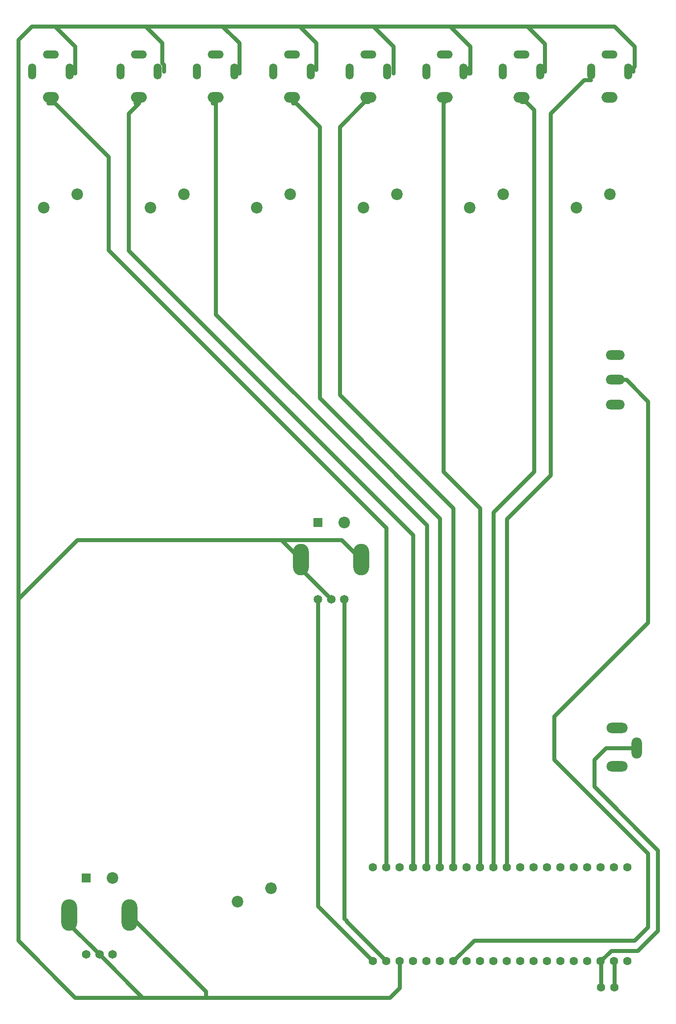
<source format=gbr>
%TF.GenerationSoftware,KiCad,Pcbnew,7.0.8*%
%TF.CreationDate,2023-12-13T19:44:07-05:00*%
%TF.ProjectId,pcb,7063622e-6b69-4636-9164-5f7063625858,rev?*%
%TF.SameCoordinates,Original*%
%TF.FileFunction,Copper,L2,Bot*%
%TF.FilePolarity,Positive*%
%FSLAX46Y46*%
G04 Gerber Fmt 4.6, Leading zero omitted, Abs format (unit mm)*
G04 Created by KiCad (PCBNEW 7.0.8) date 2023-12-13 19:44:07*
%MOMM*%
%LPD*%
G01*
G04 APERTURE LIST*
%TA.AperFunction,ComponentPad*%
%ADD10O,3.620000X1.810000*%
%TD*%
%TA.AperFunction,ComponentPad*%
%ADD11C,1.600000*%
%TD*%
%TA.AperFunction,ComponentPad*%
%ADD12C,2.200000*%
%TD*%
%TA.AperFunction,ComponentPad*%
%ADD13O,1.508000X3.016000*%
%TD*%
%TA.AperFunction,ComponentPad*%
%ADD14O,3.016000X1.508000*%
%TD*%
%TA.AperFunction,ComponentPad*%
%ADD15O,3.016000X2.000000*%
%TD*%
%TA.AperFunction,ComponentPad*%
%ADD16R,1.800000X1.800000*%
%TD*%
%TA.AperFunction,ComponentPad*%
%ADD17C,1.650000*%
%TD*%
%TA.AperFunction,ComponentPad*%
%ADD18O,3.000000X6.000000*%
%TD*%
%TA.AperFunction,ComponentPad*%
%ADD19O,4.000000X2.000000*%
%TD*%
%TA.AperFunction,ComponentPad*%
%ADD20O,2.000000X4.000000*%
%TD*%
%TA.AperFunction,ViaPad*%
%ADD21C,1.600000*%
%TD*%
%TA.AperFunction,Conductor*%
%ADD22C,0.800000*%
%TD*%
G04 APERTURE END LIST*
D10*
%TO.P,S1,1*%
%TO.N,PWR_3V3*%
X117380000Y-86870000D03*
%TO.P,S1,2*%
%TO.N,BTN_IN*%
X117380000Y-82170000D03*
%TO.P,S1,3*%
%TO.N,unconnected-(S1-Pad3)*%
X117380000Y-77470000D03*
%TD*%
D11*
%TO.P,M1,40,VBUS*%
%TO.N,unconnected-(M1-VBUS-Pad40)*%
X119690000Y-192405000D03*
%TO.P,M1,39,VSYS*%
%TO.N,VSYS*%
X117150000Y-192405000D03*
%TO.P,M1,38,GND*%
%TO.N,PWR_GND*%
X114610000Y-192405000D03*
%TO.P,M1,37,3V3_EN*%
%TO.N,unconnected-(M1-3V3_EN-Pad37)*%
X112070000Y-192405000D03*
%TO.P,M1,36,3V3_OUT*%
%TO.N,PWR_3V3*%
X109530000Y-192405000D03*
%TO.P,M1,35,ADC_VREF*%
%TO.N,unconnected-(M1-ADC_VREF-Pad35)*%
X106990000Y-192405000D03*
%TO.P,M1,34,GP28*%
%TO.N,IN*%
X104450000Y-192405000D03*
%TO.P,M1,33,GND*%
%TO.N,PWR_GND*%
X101910000Y-192405000D03*
%TO.P,M1,32,GP27*%
%TO.N,ENC1_A*%
X99370000Y-192405000D03*
%TO.P,M1,31,GP26*%
%TO.N,ENC1_B*%
X96830000Y-192405000D03*
%TO.P,M1,30,RUN*%
%TO.N,unconnected-(M1-RUN-Pad30)*%
X94290000Y-192405000D03*
%TO.P,M1,29,GP22*%
%TO.N,unconnected-(M1-GP22-Pad29)*%
X91750000Y-192405000D03*
%TO.P,M1,28,GND*%
%TO.N,PWR_GND*%
X89210000Y-192405000D03*
%TO.P,M1,27,GP21*%
%TO.N,BTN_IN*%
X86670000Y-192405000D03*
%TO.P,M1,26,GP20*%
%TO.N,unconnected-(M1-GP20-Pad26)*%
X84130000Y-192405000D03*
%TO.P,M1,25,GP19*%
%TO.N,unconnected-(M1-GP19-Pad25)*%
X81590000Y-192405000D03*
%TO.P,M1,24,GP18*%
%TO.N,BTN_PLAY*%
X79050000Y-192405000D03*
%TO.P,M1,23,GND*%
%TO.N,PWR_GND*%
X76510000Y-192405000D03*
%TO.P,M1,22,GP17*%
%TO.N,ENC2_B*%
X73970000Y-192405000D03*
%TO.P,M1,21,GP16*%
%TO.N,ENC2_A*%
X71430000Y-192405000D03*
%TO.P,M1,20,GP15*%
%TO.N,unconnected-(M1-GP15-Pad20)*%
X71430000Y-174625000D03*
%TO.P,M1,19,GP14*%
%TO.N,OUT_MIDI*%
X73970000Y-174625000D03*
%TO.P,M1,18,GND*%
%TO.N,PWR_GND*%
X76510000Y-174625000D03*
%TO.P,M1,17,GP13*%
%TO.N,OUT_C1*%
X79050000Y-174625000D03*
%TO.P,M1,16,GP12*%
%TO.N,OUT_C2*%
X81590000Y-174625000D03*
%TO.P,M1,15,GP11*%
%TO.N,OUT_C3*%
X84130000Y-174625000D03*
%TO.P,M1,14,GP10*%
%TO.N,OUT_C4*%
X86670000Y-174625000D03*
%TO.P,M1,13,GND*%
%TO.N,PWR_GND*%
X89210000Y-174625000D03*
%TO.P,M1,12,GP9*%
%TO.N,OUT_C5*%
X91750000Y-174625000D03*
%TO.P,M1,11,GP8*%
%TO.N,OUT_C6*%
X94290000Y-174625000D03*
%TO.P,M1,10,GP7*%
%TO.N,IN_SWTCH*%
X96830000Y-174625000D03*
%TO.P,M1,9,GP6*%
%TO.N,ENC2_BTN*%
X99370000Y-174625000D03*
%TO.P,M1,8,GND*%
%TO.N,PWR_GND*%
X101910000Y-174625000D03*
%TO.P,M1,7,GP5*%
%TO.N,BTN_C1*%
X104450000Y-174625000D03*
%TO.P,M1,6,GP4*%
%TO.N,BTN_C2*%
X106990000Y-174625000D03*
%TO.P,M1,5,GP3*%
%TO.N,BTN_C3*%
X109530000Y-174625000D03*
%TO.P,M1,4,GP2*%
%TO.N,BTN_C4*%
X112070000Y-174625000D03*
%TO.P,M1,3,GND*%
%TO.N,PWR_GND*%
X114610000Y-174625000D03*
%TO.P,M1,2,GP1*%
%TO.N,BTN_C5*%
X117150000Y-174625000D03*
%TO.P,M1,1,GP0*%
%TO.N,BTN_C6*%
X119690000Y-174625000D03*
%TD*%
D12*
%TO.P,SW3,1,1*%
%TO.N,BTN_C1*%
X15360000Y-46990000D03*
%TO.P,SW3,2,2*%
%TO.N,PWR_3V3*%
X9010000Y-49530000D03*
%TD*%
D13*
%TO.P,J6,1*%
%TO.N,PWR_GND*%
X74120000Y-23680000D03*
D14*
%TO.P,J6,2*%
%TO.N,unconnected-(J6-Pad2)*%
X70570000Y-20480000D03*
D13*
%TO.P,J6,4*%
%TO.N,unconnected-(J6-Pad4)*%
X67020000Y-23680000D03*
D15*
%TO.P,J6,5*%
%TO.N,OUT_C4*%
X70570000Y-28580000D03*
%TD*%
D13*
%TO.P,J1,1*%
%TO.N,PWR_GND*%
X119860000Y-23680000D03*
D14*
%TO.P,J1,2*%
%TO.N,unconnected-(J1-Pad2)*%
X116310000Y-20480000D03*
D13*
%TO.P,J1,4*%
%TO.N,IN_SWTCH*%
X112760000Y-23680000D03*
D15*
%TO.P,J1,5*%
%TO.N,IN*%
X116310000Y-28580000D03*
%TD*%
D16*
%TO.P,MT2,1*%
%TO.N,PWR_3V3*%
X61000000Y-109245000D03*
D12*
%TO.P,MT2,2*%
%TO.N,ENC2_BTN*%
X66000000Y-109245000D03*
D17*
%TO.P,MT2,A,A*%
%TO.N,ENC2_A*%
X61000000Y-123745000D03*
%TO.P,MT2,B,B*%
%TO.N,ENC2_B*%
X66000000Y-123745000D03*
%TO.P,MT2,COM,COM*%
%TO.N,PWR_GND*%
X63500000Y-123745000D03*
D18*
%TO.P,MT2,S1,SHIELD*%
X57800000Y-116245000D03*
%TO.P,MT2,S2,SHIELD*%
X69200000Y-116245000D03*
%TD*%
D12*
%TO.P,SW1,1,1*%
%TO.N,BTN_PLAY*%
X52106000Y-178554000D03*
%TO.P,SW1,2,2*%
%TO.N,PWR_3V3*%
X45756000Y-181094000D03*
%TD*%
%TO.P,SW5,1,1*%
%TO.N,BTN_C3*%
X55760000Y-46990000D03*
%TO.P,SW5,2,2*%
%TO.N,PWR_3V3*%
X49410000Y-49530000D03*
%TD*%
D19*
%TO.P,J9,1*%
%TO.N,VSYS*%
X117677500Y-155465000D03*
D20*
%TO.P,J9,2*%
%TO.N,PWR_GND*%
X121477500Y-151965000D03*
D19*
%TO.P,J9,3*%
%TO.N,unconnected-(J9-Pad3)*%
X117677500Y-148165000D03*
%TD*%
D13*
%TO.P,J5,1*%
%TO.N,PWR_GND*%
X59620000Y-23680000D03*
D14*
%TO.P,J5,2*%
%TO.N,unconnected-(J5-Pad2)*%
X56070000Y-20480000D03*
D13*
%TO.P,J5,4*%
%TO.N,unconnected-(J5-Pad4)*%
X52520000Y-23680000D03*
D15*
%TO.P,J5,5*%
%TO.N,OUT_C3*%
X56070000Y-28580000D03*
%TD*%
D13*
%TO.P,J8,1*%
%TO.N,PWR_GND*%
X103120000Y-23680000D03*
D14*
%TO.P,J8,2*%
%TO.N,unconnected-(J8-Pad2)*%
X99570000Y-20480000D03*
D13*
%TO.P,J8,4*%
%TO.N,unconnected-(J8-Pad4)*%
X96020000Y-23680000D03*
D15*
%TO.P,J8,5*%
%TO.N,OUT_C6*%
X99570000Y-28580000D03*
%TD*%
D13*
%TO.P,J4,1*%
%TO.N,PWR_GND*%
X45120000Y-23680000D03*
D14*
%TO.P,J4,2*%
%TO.N,unconnected-(J4-Pad2)*%
X41570000Y-20480000D03*
D13*
%TO.P,J4,4*%
%TO.N,unconnected-(J4-Pad4)*%
X38020000Y-23680000D03*
D15*
%TO.P,J4,5*%
%TO.N,OUT_C2*%
X41570000Y-28580000D03*
%TD*%
D12*
%TO.P,SW6,1,1*%
%TO.N,BTN_C4*%
X75960000Y-46990000D03*
%TO.P,SW6,2,2*%
%TO.N,PWR_3V3*%
X69610000Y-49530000D03*
%TD*%
%TO.P,SW7,1,1*%
%TO.N,BTN_C5*%
X96160000Y-46990000D03*
%TO.P,SW7,2,2*%
%TO.N,PWR_3V3*%
X89810000Y-49530000D03*
%TD*%
D13*
%TO.P,J3,1*%
%TO.N,PWR_GND*%
X30620000Y-23680000D03*
D14*
%TO.P,J3,2*%
%TO.N,unconnected-(J3-Pad2)*%
X27070000Y-20480000D03*
D13*
%TO.P,J3,4*%
%TO.N,unconnected-(J3-Pad4)*%
X23520000Y-23680000D03*
D15*
%TO.P,J3,5*%
%TO.N,OUT_C1*%
X27070000Y-28580000D03*
%TD*%
D12*
%TO.P,SW8,1,1*%
%TO.N,BTN_C6*%
X116360000Y-46990000D03*
%TO.P,SW8,2,2*%
%TO.N,PWR_3V3*%
X110010000Y-49530000D03*
%TD*%
D16*
%TO.P,MT1,1*%
%TO.N,unconnected-(MT1-Pad1)*%
X17066000Y-176634000D03*
D12*
%TO.P,MT1,2*%
%TO.N,unconnected-(MT1-Pad2)*%
X22066000Y-176634000D03*
D17*
%TO.P,MT1,A,A*%
%TO.N,ENC1_A*%
X17066000Y-191134000D03*
%TO.P,MT1,B,B*%
%TO.N,ENC1_B*%
X22066000Y-191134000D03*
%TO.P,MT1,COM,COM*%
%TO.N,PWR_GND*%
X19566000Y-191134000D03*
D18*
%TO.P,MT1,S1,SHIELD*%
X13866000Y-183634000D03*
%TO.P,MT1,S2,SHIELD*%
X25266000Y-183634000D03*
%TD*%
D13*
%TO.P,J2,1*%
%TO.N,PWR_GND*%
X13880000Y-23680000D03*
D14*
%TO.P,J2,2*%
%TO.N,unconnected-(J2-Pad2)*%
X10330000Y-20480000D03*
D13*
%TO.P,J2,4*%
%TO.N,unconnected-(J2-Pad4)*%
X6780000Y-23680000D03*
D15*
%TO.P,J2,5*%
%TO.N,OUT_MIDI*%
X10330000Y-28580000D03*
%TD*%
D13*
%TO.P,J7,1*%
%TO.N,PWR_GND*%
X88620000Y-23680000D03*
D14*
%TO.P,J7,2*%
%TO.N,unconnected-(J7-Pad2)*%
X85070000Y-20480000D03*
D13*
%TO.P,J7,4*%
%TO.N,unconnected-(J7-Pad4)*%
X81520000Y-23680000D03*
D15*
%TO.P,J7,5*%
%TO.N,OUT_C5*%
X85070000Y-28580000D03*
%TD*%
D12*
%TO.P,SW4,1,1*%
%TO.N,BTN_C2*%
X35560000Y-46990000D03*
%TO.P,SW4,2,2*%
%TO.N,PWR_3V3*%
X29210000Y-49530000D03*
%TD*%
D21*
%TO.N,PWR_GND*%
X114645000Y-197375000D03*
%TO.N,VSYS*%
X117185000Y-197375000D03*
%TD*%
D22*
%TO.N,IN_SWTCH*%
X96830000Y-174625000D02*
X96830000Y-108510000D01*
X111470000Y-25290000D02*
X112481176Y-25290000D01*
X96830000Y-108510000D02*
X105120000Y-100220000D01*
X105120000Y-100220000D02*
X105120000Y-31640000D01*
X105120000Y-31640000D02*
X111470000Y-25290000D01*
X112481176Y-25290000D02*
X112634661Y-25331126D01*
X112634661Y-25331126D02*
X112738547Y-25334516D01*
%TO.N,PWR_GND*%
X54058054Y-112503054D02*
X57800000Y-116245000D01*
X28285000Y-199280000D02*
X27712000Y-199280000D01*
X57495000Y-15130000D02*
X60670000Y-18305000D01*
X31460000Y-22115000D02*
X31777500Y-22432500D01*
X39715000Y-198083000D02*
X25266000Y-183634000D01*
X89520000Y-23095406D02*
X89520000Y-24020000D01*
X65458054Y-112503054D02*
X69200000Y-116245000D01*
X115605000Y-151965000D02*
X121477500Y-151965000D01*
X103120000Y-23680000D02*
X103220000Y-23580000D01*
X103220000Y-23580000D02*
X103220000Y-23089827D01*
X113375000Y-159275000D02*
X113375000Y-154195000D01*
X71465000Y-15130000D02*
X75275000Y-18940000D01*
X14950000Y-199280000D02*
X4155000Y-188485000D01*
X4155000Y-17670000D02*
X6695000Y-15130000D01*
X28285000Y-199280000D02*
X14950000Y-199280000D01*
X75275000Y-18940000D02*
X75275000Y-24020000D01*
X100675000Y-15130000D02*
X104025055Y-18480055D01*
X117185000Y-15130000D02*
X120995000Y-18940000D01*
X42890000Y-15130000D02*
X46065000Y-18305000D01*
X60670000Y-18305000D02*
X60670000Y-23385000D01*
X74640000Y-199280000D02*
X76510000Y-197410000D01*
X89880000Y-18940000D02*
X89880000Y-22740000D01*
X28285000Y-15130000D02*
X31460000Y-18305000D01*
X120760000Y-22985000D02*
X120760000Y-23680000D01*
X89880000Y-24020000D02*
X89880000Y-22740000D01*
X13866000Y-185434000D02*
X13866000Y-183634000D01*
X89520000Y-24020000D02*
X89880000Y-24020000D01*
X86070000Y-15130000D02*
X89880000Y-18940000D01*
X19566000Y-191134000D02*
X13866000Y-185434000D01*
X63500000Y-123745000D02*
X57800000Y-118045000D01*
X120995000Y-22750000D02*
X120760000Y-22985000D01*
X4155000Y-188485000D02*
X4155000Y-123715000D01*
X89880000Y-22740000D02*
X89875406Y-22740000D01*
X104025055Y-18480055D02*
X104025055Y-22925055D01*
X114645000Y-192440000D02*
X114610000Y-192405000D01*
X31777500Y-22432500D02*
X31777500Y-23702500D01*
X14950000Y-18940000D02*
X14950000Y-24020000D01*
X120995000Y-18940000D02*
X120995000Y-22750000D01*
X53685000Y-112503054D02*
X65458054Y-112503054D01*
X104020000Y-22930110D02*
X104020000Y-23680000D01*
X28285000Y-199280000D02*
X39715000Y-199280000D01*
X39715000Y-199280000D02*
X74640000Y-199280000D01*
X27712000Y-199280000D02*
X19566000Y-191134000D01*
X42890000Y-15130000D02*
X57495000Y-15130000D01*
X4155000Y-123715000D02*
X4155000Y-17670000D01*
X46065000Y-18305000D02*
X46065000Y-24020000D01*
X53685000Y-112503054D02*
X54058054Y-112503054D01*
X114645000Y-197375000D02*
X114645000Y-192440000D01*
X121630000Y-190390000D02*
X125440000Y-186580000D01*
X125440000Y-186580000D02*
X125440000Y-171340000D01*
X114610000Y-192405000D02*
X116625000Y-190390000D01*
X11140000Y-15130000D02*
X28285000Y-15130000D01*
X11140000Y-15130000D02*
X14950000Y-18940000D01*
X57495000Y-15130000D02*
X71465000Y-15130000D01*
X103220000Y-23089827D02*
X103215485Y-22951477D01*
X15366946Y-112503054D02*
X53685000Y-112503054D01*
X31460000Y-18305000D02*
X31460000Y-22115000D01*
X28285000Y-15130000D02*
X42890000Y-15130000D01*
X125440000Y-171340000D02*
X113375000Y-159275000D01*
X113375000Y-154195000D02*
X115605000Y-151965000D01*
X39715000Y-199280000D02*
X39715000Y-198083000D01*
X89875406Y-22740000D02*
X89520000Y-23095406D01*
X71465000Y-15130000D02*
X86070000Y-15130000D01*
X6695000Y-15130000D02*
X11140000Y-15130000D01*
X116625000Y-190390000D02*
X121630000Y-190390000D01*
X86070000Y-15130000D02*
X100675000Y-15130000D01*
X100675000Y-15130000D02*
X117185000Y-15130000D01*
X76510000Y-197410000D02*
X76510000Y-192405000D01*
X57800000Y-118045000D02*
X57800000Y-116245000D01*
X4155000Y-123715000D02*
X15366946Y-112503054D01*
X104025055Y-22925055D02*
X104020000Y-22930110D01*
%TO.N,OUT_MIDI*%
X73970000Y-174625000D02*
X73970000Y-110261320D01*
X11140000Y-29735000D02*
X9870000Y-29735000D01*
X21300000Y-39895000D02*
X11140000Y-29735000D01*
X21300000Y-57591320D02*
X21300000Y-39895000D01*
X73970000Y-110261320D02*
X21300000Y-57591320D01*
%TO.N,OUT_C1*%
X79050000Y-174625000D02*
X79050000Y-111615000D01*
X25110000Y-31640000D02*
X27015000Y-29735000D01*
X79050000Y-111615000D02*
X25110000Y-57675000D01*
X25110000Y-57675000D02*
X25110000Y-31640000D01*
X27015000Y-29735000D02*
X26380000Y-29735000D01*
%TO.N,OUT_C2*%
X81625000Y-109745000D02*
X41620000Y-69740000D01*
X81590000Y-174625000D02*
X81625000Y-174590000D01*
X41620000Y-29735000D02*
X40985000Y-29735000D01*
X41620000Y-69740000D02*
X41620000Y-29735000D01*
X81625000Y-174590000D02*
X81625000Y-109745000D01*
%TO.N,OUT_C3*%
X61305000Y-34180000D02*
X56860000Y-29735000D01*
X84130000Y-174625000D02*
X84130000Y-108440000D01*
X84130000Y-108440000D02*
X61305000Y-85615000D01*
X56860000Y-29735000D02*
X56225000Y-29735000D01*
X61305000Y-85615000D02*
X61305000Y-34180000D01*
%TO.N,OUT_C4*%
X69815000Y-29480000D02*
X70570000Y-29480000D01*
X86670000Y-106535000D02*
X65115000Y-84980000D01*
X86670000Y-174625000D02*
X86670000Y-106535000D01*
X65115000Y-84980000D02*
X65115000Y-34180000D01*
X65115000Y-34180000D02*
X69815000Y-29480000D01*
%TO.N,OUT_C5*%
X91750000Y-174625000D02*
X91750000Y-106535000D01*
X84800000Y-29480000D02*
X85070000Y-29480000D01*
X84800000Y-99585000D02*
X84800000Y-29480000D01*
X91750000Y-106535000D02*
X84800000Y-99585000D01*
%TO.N,OUT_C6*%
X100420000Y-29480000D02*
X99570000Y-29480000D01*
X94290000Y-107240000D02*
X101945000Y-99585000D01*
X94290000Y-174625000D02*
X94290000Y-107240000D01*
X101945000Y-99585000D02*
X101945000Y-31005000D01*
X101945000Y-31005000D02*
X100420000Y-29480000D01*
%TO.N,VSYS*%
X117185000Y-197375000D02*
X117185000Y-192440000D01*
X117185000Y-192440000D02*
X117150000Y-192405000D01*
%TO.N,ENC2_A*%
X61000000Y-181975000D02*
X61000000Y-123745000D01*
X71430000Y-192405000D02*
X61000000Y-181975000D01*
%TO.N,ENC2_B*%
X66385000Y-184675000D02*
X66000000Y-184290000D01*
X73970000Y-192405000D02*
X66385000Y-184820000D01*
X66385000Y-184820000D02*
X66385000Y-184675000D01*
X66000000Y-184290000D02*
X66000000Y-123745000D01*
%TO.N,BTN_IN*%
X105755000Y-145940000D02*
X123535000Y-128160000D01*
X86670000Y-192405000D02*
X90590000Y-188485000D01*
X123535000Y-86250000D02*
X119455000Y-82170000D01*
X90590000Y-188485000D02*
X120995000Y-188485000D01*
X119455000Y-82170000D02*
X117380000Y-82170000D01*
X123535000Y-185945000D02*
X123535000Y-171975000D01*
X105755000Y-154195000D02*
X105755000Y-145940000D01*
X120995000Y-188485000D02*
X123535000Y-185945000D01*
X123535000Y-171975000D02*
X105755000Y-154195000D01*
X123535000Y-128160000D02*
X123535000Y-86250000D01*
%TD*%
M02*

</source>
